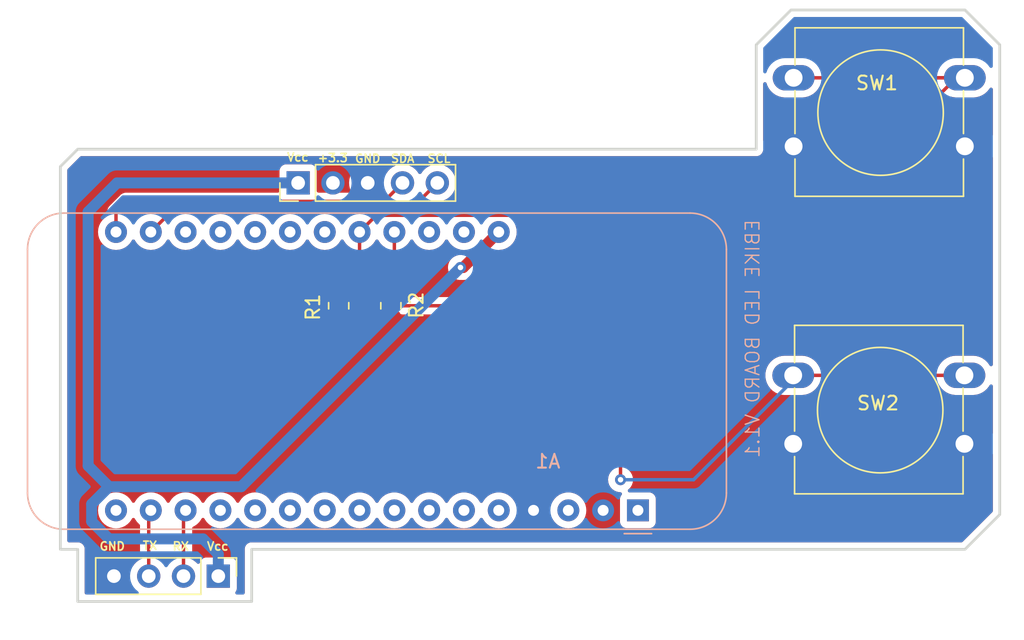
<source format=kicad_pcb>
(kicad_pcb (version 20211014) (generator pcbnew)
  (layers (0 "F.Cu" signal) (31 "B.Cu" signal) (34 "B.Paste" user) (35 "F.Paste" user) (36 "B.SilkS" user "B.Silkscreen") (37 "F.SilkS" user "F.Silkscreen") (38 "B.Mask" user) (39 "F.Mask" user) (44 "Edge.Cuts" user))
  (net 0 "")
  (net 1 "GND")
  (net 2 "+3.3v")
  (net 3 "PB1_IN")
  (net 15 "RX")
  (net 16 "SCL")
  (net 17 "SDA")
  (net 18 "Vcc")
  (net 19 "TX")
  (net 26 "PB2_IN")
  (footprint "Connector_PinHeader_2.54mm:PinHeader_1x04_P2.54mm_Vertical" (layer "F.Cu") (at 59.7916 66.7258 -90)
    (fp_text reference "SER1" hide)
    (fp_text value "Conn_01x04")
    (fp_line (start -1.33 8.95) (end 1.33 8.95) (layer "F.SilkS") (width 0.12))
    (fp_line (start 1.33 1.27) (end 1.33 8.95) (layer "F.SilkS") (width 0.12))
    (fp_line (start -1.33 0) (end -1.33 -1.33) (layer "F.SilkS") (width 0.12))
    (fp_line (start -1.33 1.27) (end -1.33 8.95) (layer "F.SilkS") (width 0.12))
    (fp_line (start -1.33 1.27) (end 1.33 1.27) (layer "F.SilkS") (width 0.12))
    (fp_line (start -1.33 -1.33) (end 0 -1.33) (layer "F.SilkS") (width 0.12))
    (pad "1" thru_hole rect locked (at 0 0 270) (size 1.7 1.7) (drill 1) (layers *.Cu *.Mask) (net 18 "Vcc"))
    (pad "2" thru_hole oval locked (at 0 2.54 270) (size 1.7 1.7) (drill 1) (layers *.Cu *.Mask) (net 15 "RX"))
    (pad "3" thru_hole oval locked (at 0 5.08 270) (size 1.7 1.7) (drill 1) (layers *.Cu *.Mask) (net 19 "TX"))
    (pad "4" thru_hole oval locked (at 0 7.62 270) (size 1.7 1.7) (drill 1) (layers *.Cu *.Mask) (net 1 "GND"))
  )
  (footprint "Resistor_SMD:R_0805_2012Metric" (layer "F.Cu") (at 68.58 46.99 90)
    (fp_text reference "R1" (at -0.11 -1.88 90) (layer "F.SilkS"))
    (fp_text value "10k")
    (fp_line (start -0.227064 -0.735) (end 0.227064 -0.735) (layer "F.SilkS") (width 0.12))
    (fp_line (start -0.227064 0.735) (end 0.227064 0.735) (layer "F.SilkS") (width 0.12))
    (pad "1" smd roundrect locked (at -0.9125 0 90) (size 1.025 1.4) (layers "F.Cu" "F.Paste" "F.Mask") (roundrect_rratio 0.243902439) (net 2 "+3.3v"))
    (pad "2" smd roundrect locked (at 0.9125 0 90) (size 1.025 1.4) (layers "F.Cu" "F.Paste" "F.Mask") (roundrect_rratio 0.243902439) (net 3 "PB1_IN"))
  )
  (footprint "Connector_PinHeader_2.54mm:PinHeader_1x05_P2.54mm_Vertical" (layer "F.Cu") (at 65.619321 38.0212 90)
    (fp_text reference "LED1" hide)
    (fp_text value "Conn_01x05")
    (fp_line (start -1.33 0) (end -1.33 -1.33) (layer "F.SilkS") (width 0.12))
    (fp_line (start -1.33 -1.33) (end 0 -1.33) (layer "F.SilkS") (width 0.12))
    (fp_line (start 1.33 1.27) (end 1.33 11.49) (layer "F.SilkS") (width 0.12))
    (fp_line (start -1.33 1.27) (end 1.33 1.27) (layer "F.SilkS") (width 0.12))
    (fp_line (start -1.33 1.27) (end -1.33 11.49) (layer "F.SilkS") (width 0.12))
    (fp_line (start -1.33 11.49) (end 1.33 11.49) (layer "F.SilkS") (width 0.12))
    (pad "1" thru_hole rect locked (at 0 0 90) (size 1.7 1.7) (drill 1) (layers *.Cu *.Mask) (net 18 "Vcc"))
    (pad "2" thru_hole oval locked (at 0 2.54 90) (size 1.7 1.7) (drill 1) (layers *.Cu *.Mask) (net 2 "+3.3v"))
    (pad "3" thru_hole oval locked (at 0 5.08 90) (size 1.7 1.7) (drill 1) (layers *.Cu *.Mask) (net 1 "GND"))
    (pad "4" thru_hole oval locked (at 0 7.62 90) (size 1.7 1.7) (drill 1) (layers *.Cu *.Mask) (net 17 "SDA"))
    (pad "5" thru_hole oval locked (at 0 10.16 90) (size 1.7 1.7) (drill 1) (layers *.Cu *.Mask) (net 16 "SCL"))
  )
  (footprint "Button_Switch_THT:SW_PUSH-12mm" (layer "F.Cu") (at 101.76 52.07)
    (fp_text reference "SW2" (at 6.19 2.032) (layer "F.SilkS"))
    (fp_text value "SW_Push")
    (fp_line (start 0.1 -0.93) (end 0.1 -3.65) (layer "F.SilkS") (width 0.12))
    (fp_line (start 12.4 0.93) (end 12.4 4.07) (layer "F.SilkS") (width 0.12))
    (fp_line (start 12.4 8.65) (end 0.1 8.65) (layer "F.SilkS") (width 0.12))
    (fp_line (start 12.4 -3.65) (end 12.4 -0.93) (layer "F.SilkS") (width 0.12))
    (fp_line (start 0.1 4.07) (end 0.1 0.93) (layer "F.SilkS") (width 0.12))
    (fp_line (start 0.1 -3.65) (end 12.4 -3.65) (layer "F.SilkS") (width 0.12))
    (fp_line (start 0.1 8.65) (end 0.1 5.93) (layer "F.SilkS") (width 0.12))
    (fp_line (start 12.4 5.93) (end 12.4 8.65) (layer "F.SilkS") (width 0.12))
    (fp_circle (center 6.35 2.54) (end 10.16 5.08) (layer "F.SilkS") (width 0.12) (fill none))
    (pad "1" thru_hole oval (at 12.5 0) (size 3.048 1.85) (drill 1.3) (layers *.Cu *.Mask) (net 26 "PB2_IN"))
    (pad "1" thru_hole oval (at 0 0) (size 3.048 1.85) (drill 1.3) (layers *.Cu *.Mask) (net 26 "PB2_IN"))
    (pad "2" thru_hole oval (at 0 5) (size 3.048 1.85) (drill 1.3) (layers *.Cu *.Mask) (net 1 "GND"))
    (pad "2" thru_hole oval (at 12.5 5) (size 3.048 1.85) (drill 1.3) (layers *.Cu *.Mask) (net 1 "GND"))
  )
  (footprint "Button_Switch_THT:SW_PUSH-12mm" (layer "F.Cu") (at 101.79 30.35)
    (fp_text reference "SW1" (at 6.08 0.384) (layer "F.SilkS"))
    (fp_text value "SW_Push")
    (fp_line (start 0.1 4.07) (end 0.1 0.93) (layer "F.SilkS") (width 0.12))
    (fp_line (start 12.4 5.93) (end 12.4 8.65) (layer "F.SilkS") (width 0.12))
    (fp_line (start 0.1 8.65) (end 0.1 5.93) (layer "F.SilkS") (width 0.12))
    (fp_line (start 12.4 0.93) (end 12.4 4.07) (layer "F.SilkS") (width 0.12))
    (fp_line (start 12.4 -3.65) (end 12.4 -0.93) (layer "F.SilkS") (width 0.12))
    (fp_line (start 0.1 -3.65) (end 12.4 -3.65) (layer "F.SilkS") (width 0.12))
    (fp_line (start 0.1 -0.93) (end 0.1 -3.65) (layer "F.SilkS") (width 0.12))
    (fp_line (start 12.4 8.65) (end 0.1 8.65) (layer "F.SilkS") (width 0.12))
    (fp_circle (center 6.35 2.54) (end 10.16 5.08) (layer "F.SilkS") (width 0.12) (fill none))
    (pad "1" thru_hole oval (at 0 0) (size 3.048 1.85) (drill 1.3) (layers *.Cu *.Mask) (net 3 "PB1_IN"))
    (pad "1" thru_hole oval (at 12.5 0) (size 3.048 1.85) (drill 1.3) (layers *.Cu *.Mask) (net 3 "PB1_IN"))
    (pad "2" thru_hole oval (at 12.5 5) (size 3.048 1.85) (drill 1.3) (layers *.Cu *.Mask) (net 1 "GND"))
    (pad "2" thru_hole oval (at 0 5) (size 3.048 1.85) (drill 1.3) (layers *.Cu *.Mask) (net 1 "GND"))
  )
  (footprint "Resistor_SMD:R_0805_2012Metric" (layer "F.Cu") (at 72.39 46.99 90)
    (fp_text reference "R2" (at 0.04 1.86 90) (layer "F.SilkS"))
    (fp_text value "10k")
    (fp_line (start -0.227064 -0.735) (end 0.227064 -0.735) (layer "F.SilkS") (width 0.12))
    (fp_line (start -0.227064 0.735) (end 0.227064 0.735) (layer "F.SilkS") (width 0.12))
    (pad "1" smd roundrect (at -0.9125 0 90) (size 1.025 1.4) (layers "F.Cu" "F.Paste" "F.Mask") (roundrect_rratio 0.243902439) (net 2 "+3.3v"))
    (pad "2" smd roundrect (at 0.9125 0 90) (size 1.025 1.4) (layers "F.Cu" "F.Paste" "F.Mask") (roundrect_rratio 0.243902439) (net 26 "PB2_IN"))
  )
  (footprint "Module:Adafruit_Feather" (layer "B.Cu") (at 90.424 61.9252 90)
    (fp_text reference "A1" (at 3.5752 -6.574) (layer "B.SilkS") (effects (justify mirror)))
    (fp_text value "Adafruit_Feather_HUZZAH32_ESP32")
    (fp_line (start 19.05 -44.56) (end 1.27 -44.56) (layer "B.SilkS") (width 0.12))
    (fp_line (start -1.38 3.81) (end -1.38 -41.91) (layer "B.SilkS") (width 0.12))
    (fp_line (start 21.7 3.81) (end 21.7 -41.91) (layer "B.SilkS") (width 0.12))
    (fp_line (start 19.05 6.46) (end 1.27 6.46) (layer "B.SilkS") (width 0.12))
    (fp_line (start -1.7 -1) (end -1.7 1) (layer "B.SilkS") (width 0.12))
    (fp_arc (start 21.7 3.81) (mid 20.923833 5.683833) (end 19.05 6.46) (layer "B.SilkS") (width 0.12))
    (fp_arc (start 1.27 6.46) (mid -0.603833 5.683833) (end -1.38 3.81) (layer "B.SilkS") (width 0.12))
    (fp_arc (start 19.05 -44.56) (mid 20.923833 -43.783833) (end 21.7 -41.91) (layer "B.SilkS") (width 0.12))
    (fp_arc (start -1.38 -41.91) (mid -0.603833 -43.783833) (end 1.27 -44.56) (layer "B.SilkS") (width 0.12))
    (pad "1" thru_hole rect (at 0 0 270) (size 1.6 1.6) (drill 0.8) (layers *.Cu *.Mask))
    (pad "2" thru_hole circle (at 0 -2.54 270) (size 1.6 1.6) (drill 0.8) (layers *.Cu *.Mask) (net 2 "+3.3v"))
    (pad "3" thru_hole circle (at 0 -5.08 270) (size 1.6 1.6) (drill 0.8) (layers *.Cu *.Mask))
    (pad "4" thru_hole circle (at 0 -7.62 270) (size 1.6 1.6) (drill 0.8) (layers *.Cu *.Mask) (net 1 "GND"))
    (pad "5" thru_hole circle (at 0 -10.16 270) (size 1.6 1.6) (drill 0.8) (layers *.Cu *.Mask))
    (pad "6" thru_hole circle (at 0 -12.7 270) (size 1.6 1.6) (drill 0.8) (layers *.Cu *.Mask))
    (pad "7" thru_hole circle (at 0 -15.24 270) (size 1.6 1.6) (drill 0.8) (layers *.Cu *.Mask))
    (pad "8" thru_hole circle (at 0 -17.78 270) (size 1.6 1.6) (drill 0.8) (layers *.Cu *.Mask))
    (pad "9" thru_hole circle (at 0 -20.32 270) (size 1.6 1.6) (drill 0.8) (layers *.Cu *.Mask))
    (pad "10" thru_hole circle (at 0 -22.86 270) (size 1.6 1.6) (drill 0.8) (layers *.Cu *.Mask))
    (pad "11" thru_hole circle (at 0 -25.4 270) (size 1.6 1.6) (drill 0.8) (layers *.Cu *.Mask))
    (pad "12" thru_hole circle (at 0 -27.94 270) (size 1.6 1.6) (drill 0.8) (layers *.Cu *.Mask))
    (pad "13" thru_hole circle (at 0 -30.48 270) (size 1.6 1.6) (drill 0.8) (layers *.Cu *.Mask))
    (pad "14" thru_hole circle (at 0 -33.02 270) (size 1.6 1.6) (drill 0.8) (layers *.Cu *.Mask) (net 15 "RX"))
    (pad "15" thru_hole circle (at 0 -35.56 270) (size 1.6 1.6) (drill 0.8) (layers *.Cu *.Mask) (net 19 "TX"))
    (pad "16" thru_hole circle (at 0 -38.1 270) (size 1.6 1.6) (drill 0.8) (layers *.Cu *.Mask))
    (pad "17" thru_hole circle (at 20.32 -38.1 270) (size 1.6 1.6) (drill 0.8) (layers *.Cu *.Mask) (net 17 "SDA"))
    (pad "18" thru_hole circle (at 20.32 -35.56 270) (size 1.6 1.6) (drill 0.8) (layers *.Cu *.Mask) (net 16 "SCL"))
    (pad "19" thru_hole circle (at 20.32 -33.02 270) (size 1.6 1.6) (drill 0.8) (layers *.Cu *.Mask))
    (pad "20" thru_hole circle (at 20.32 -30.48 270) (size 1.6 1.6) (drill 0.8) (layers *.Cu *.Mask))
    (pad "21" thru_hole circle (at 20.32 -27.94 270) (size 1.6 1.6) (drill 0.8) (layers *.Cu *.Mask))
    (pad "22" thru_hole circle (at 20.32 -25.4 270) (size 1.6 1.6) (drill 0.8) (layers *.Cu *.Mask))
    (pad "23" thru_hole circle (at 20.32 -22.86 270) (size 1.6 1.6) (drill 0.8) (layers *.Cu *.Mask))
    (pad "24" thru_hole circle (at 20.32 -20.32 270) (size 1.6 1.6) (drill 0.8) (layers *.Cu *.Mask) (net 3 "PB1_IN"))
    (pad "25" thru_hole circle (at 20.32 -17.78 270) (size 1.6 1.6) (drill 0.8) (layers *.Cu *.Mask) (net 26 "PB2_IN"))
    (pad "26" thru_hole circle (at 20.32 -15.24 270) (size 1.6 1.6) (drill 0.8) (layers *.Cu *.Mask))
    (pad "27" thru_hole circle (at 20.32 -12.7 270) (size 1.6 1.6) (drill 0.8) (layers *.Cu *.Mask))
    (pad "28" thru_hole circle (at 20.32 -10.16 270) (size 1.6 1.6) (drill 0.8) (layers *.Cu *.Mask) (net 18 "Vcc"))
  )
  (gr_poly (pts (xy 116.84 27.94) (xy 116.84 62.23) (xy 114.3 64.77) (xy 62.23 64.77) (xy 62.23 68.58) (xy 49.53 68.58) (xy 49.53 64.77) (xy 48.26 64.77) (xy 48.26 36.83) (xy 49.53 35.56) (xy 99.06 35.56) (xy 99.06 27.94) (xy 101.6 25.4) (xy 114.3 25.4)) (layer "Edge.Cuts") (width 0.2) (fill none))
  (gr_text "EBIKE LED BOARD V1.1\n" (at 98.8 49.4 90) (layer "B.SilkS") (effects (font (size 1 1) (thickness 0.1)) (justify mirror)))
  (gr_text "SDA\n" (at 73.25 36.25) (layer "F.SilkS") (effects (font (size 0.6 0.6) (thickness 0.12))))
  (gr_text "+3.3" (at 68.15 36.2) (layer "F.SilkS") (effects (font (size 0.6 0.6) (thickness 0.12))))
  (gr_text "Vcc" (at 59.75 64.55) (layer "F.SilkS") (effects (font (size 0.6 0.6) (thickness 0.12))))
  (gr_text "GND" (at 70.7 36.25) (layer "F.SilkS") (effects (font (size 0.6 0.6) (thickness 0.12))))
  (gr_text "RX" (at 57.05 64.55) (layer "F.SilkS") (effects (font (size 0.6 0.6) (thickness 0.12))))
  (gr_text "Vcc\n" (at 65.6 36.15) (layer "F.SilkS") (effects (font (size 0.6 0.6) (thickness 0.12))))
  (gr_text "SCL" (at 75.9 36.25) (layer "F.SilkS") (effects (font (size 0.6 0.6) (thickness 0.12))))
  (gr_text "TX\n" (at 54.8 64.5) (layer "F.SilkS") (effects (font (size 0.6 0.6) (thickness 0.12))))
  (gr_text "GND" (at 52.05 64.55) (layer "F.SilkS") (effects (font (size 0.6 0.6) (thickness 0.12))))
  (segment (start 68.58 47.9025) (end 68.58 47.603173) (width 0.25) (layer "F.Cu") (net 2))
  (segment (start 108.842 30.35) (end 114.29 30.35) (width 0.25) (layer "F.Cu") (net 3))
  (segment (start 114.29 30.35) (end 113.668 30.35) (width 0.25) (layer "F.Cu") (net 3))
  (segment (start 70.104 44.5535) (end 68.58 46.0775) (width 0.25) (layer "F.Cu") (net 3))
  (segment (start 113.668 30.35) (end 105.918 38.1) (width 0.25) (layer "F.Cu") (net 3))
  (segment (start 101.092 40.386) (end 101.6 40.386) (width 0.25) (layer "F.Cu") (net 3))
  (segment (start 71.3232 40.386) (end 100.584 40.386) (width 0.25) (layer "F.Cu") (net 3))
  (segment (start 70.104 41.6052) (end 70.104 44.5535) (width 0.25) (layer "F.Cu") (net 3))
  (segment (start 70.104 41.6052) (end 71.3232 40.386) (width 0.25) (layer "F.Cu") (net 3))
  (segment (start 103.632 40.386) (end 100.584 40.386) (width 0.25) (layer "F.Cu") (net 3))
  (segment (start 105.918 38.1) (end 103.632 40.386) (width 0.25) (layer "F.Cu") (net 3))
  (segment (start 100.584 40.386) (end 101.092 40.386) (width 0.25) (layer "F.Cu") (net 3))
  (segment (start 114.29 30.35) (end 101.79 30.35) (width 0.25) (layer "F.Cu") (net 3))
  (segment (start 57.2516 66.7258) (end 57.2516 62.0776) (width 0.25) (layer "F.Cu") (net 15))
  (segment (start 57.2516 62.0776) (end 57.404 61.9252) (width 0.25) (layer "F.Cu") (net 15))
  (segment (start 57.125201 66.852199) (end 57.2516 66.7258) (width 0.25) (layer "F.Cu") (net 15))
  (segment (start 54.864 41.6052) (end 56.6492 39.82) (width 0.25) (layer "F.Cu") (net 16))
  (segment (start 56.6492 39.82) (end 73.980521 39.82) (width 0.25) (layer "F.Cu") (net 16))
  (segment (start 73.980521 39.82) (end 75.779321 38.0212) (width 0.25) (layer "F.Cu") (net 16))
  (segment (start 53.086 39.37) (end 52.324 40.132) (width 0.25) (layer "F.Cu") (net 17))
  (segment (start 52.324 40.132) (end 52.324 41.6052) (width 0.25) (layer "F.Cu") (net 17))
  (segment (start 71.890521 39.37) (end 53.086 39.37) (width 0.25) (layer "F.Cu") (net 17))
  (segment (start 73.239321 38.0212) (end 71.890521 39.37) (width 0.25) (layer "F.Cu") (net 17))
  (segment (start 80.264 41.6052) (end 77.6732 44.196) (width 0.8) (layer "F.Cu") (net 18))
  (segment (start 77.6732 44.196) (end 77.47 44.196) (width 0.8) (layer "F.Cu") (net 18))
  (via (at 77.47 44.196) (size 0.8) (drill 0.4) (layers "F.Cu" "B.Cu") (net 18))
  (segment (start 50.292 58.674) (end 50.292 40.132) (width 0.8) (layer "B.Cu") (net 18))
  (segment (start 58.674 64.008) (end 59.7916 65.1256) (width 0.8) (layer "B.Cu") (net 18))
  (segment (start 52.4028 38.0212) (end 65.619321 38.0212) (width 0.8) (layer "B.Cu") (net 18))
  (segment (start 51.816 60.198) (end 50.292 58.674) (width 0.8) (layer "B.Cu") (net 18))
  (segment (start 61.468 60.198) (end 51.816 60.198) (width 0.8) (layer "B.Cu") (net 18))
  (segment (start 59.7916 65.1256) (end 59.7916 66.7258) (width 0.8) (layer "B.Cu") (net 18))
  (segment (start 50.292 40.132) (end 52.4028 38.0212) (width 0.8) (layer "B.Cu") (net 18))
  (segment (start 51.816 64.008) (end 58.674 64.008) (width 0.8) (layer "B.Cu") (net 18))
  (segment (start 51.816 60.198) (end 50.546 61.468) (width 0.8) (layer "B.Cu") (net 18))
  (segment (start 50.546 62.738) (end 51.816 64.008) (width 0.8) (layer "B.Cu") (net 18))
  (segment (start 50.546 61.468) (end 50.546 62.738) (width 0.8) (layer "B.Cu") (net 18))
  (segment (start 77.47 44.196) (end 61.468 60.198) (width 0.8) (layer "B.Cu") (net 18))
  (segment (start 54.875199 66.889399) (end 54.7116 66.7258) (width 0.25) (layer "F.Cu") (net 19))
  (segment (start 54.7116 62.0776) (end 54.864 61.9252) (width 0.25) (layer "F.Cu") (net 19))
  (segment (start 54.7116 66.7258) (end 54.7116 62.0776) (width 0.25) (layer "F.Cu") (net 19))
  (segment (start 107.95 52.07) (end 101.76 52.07) (width 0.25) (layer "F.Cu") (net 26))
  (segment (start 72.644 41.6052) (end 72.644 45.8235) (width 0.25) (layer "F.Cu") (net 26))
  (segment (start 73.3025 46.99) (end 72.39 46.0775) (width 0.25) (layer "F.Cu") (net 26))
  (segment (start 89.154 59.69) (end 89.154 55.626) (width 0.25) (layer "F.Cu") (net 26))
  (segment (start 72.644 45.8235) (end 72.39 46.0775) (width 0.25) (layer "F.Cu") (net 26))
  (segment (start 114.26 52.07) (end 107.95 52.07) (width 0.25) (layer "F.Cu") (net 26))
  (segment (start 80.518 46.99) (end 73.3025 46.99) (width 0.25) (layer "F.Cu") (net 26))
  (segment (start 89.154 55.626) (end 80.518 46.99) (width 0.25) (layer "F.Cu") (net 26))
  (via (at 89.154 59.69) (size 0.8) (drill 0.4) (layers "F.Cu" "B.Cu") (net 26))
  (segment (start 101.76 52.07) (end 101.76 52.418) (width 0.25) (layer "B.Cu") (net 26))
  (segment (start 101.76 52.418) (end 94.488 59.69) (width 0.25) (layer "B.Cu") (net 26))
  (segment (start 94.488 59.69) (end 89.154 59.69) (width 0.25) (layer "B.Cu") (net 26))
  (zone (net 2) (net_name "+3.3v") (layer "F.Cu") (connect_pads yes (clearance 0.508)) (min_thickness 0.254) (fill yes (thermal_gap 0.508) (thermal_bridge_width 0.508))
    (polygon (pts (xy 118.617841 69.135213) (xy 45.304824 69.408497) (xy 45.2628 24.6888) (xy 118.575817 24.669516)))
  )
  (zone (net 1) (net_name "GND") (layer "B.Cu") (connect_pads yes (clearance 0.508)) (min_thickness 0.254) (fill yes (thermal_gap 0.508) (thermal_bridge_width 0.508))
    (polygon (pts (xy 117.481932 69.716206) (xy 44.873324 69.987596) (xy 44.831 25.2476) (xy 117.439608 25.23021)))
  )
)
</source>
